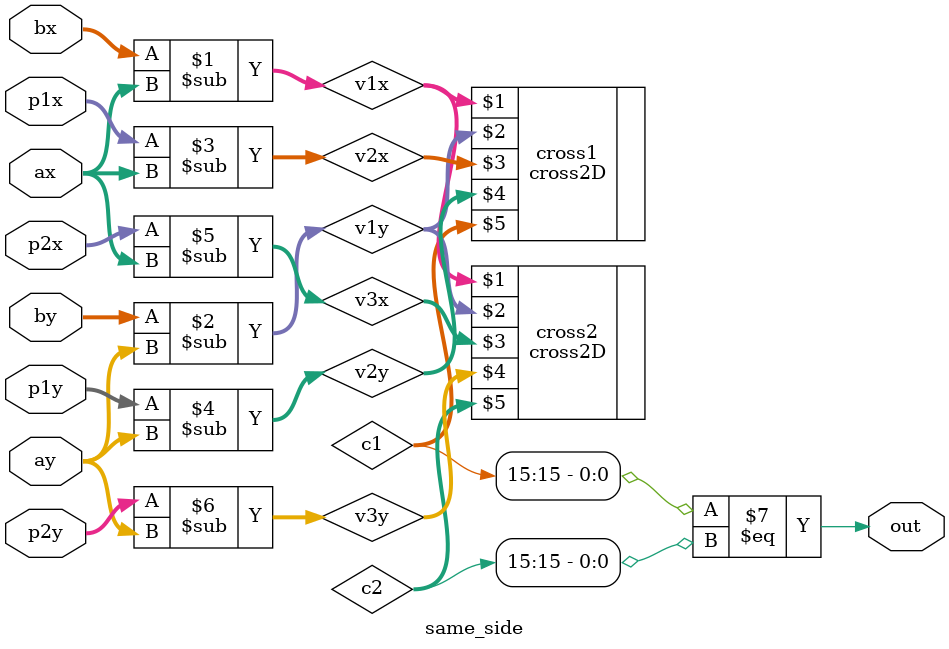
<source format=v>
module draw_triangle(
	input wire clock, resetn,
	input wire [7:0] ax, ay, bx, by, cx, cy,
	input wire [2:0] colour,
	input wire draw_en,
	output wire [7:0] oX, oY,
	output wire [2:0] oColour,
	output wire oPlot,
	output wire oDone,

	output wire gc_resetn,
	output wire gc_enable,
	output wire [7:0] gc_x_max,
	output wire [7:0] gc_y_max,
	input wire [7:0] gc_x,
	input wire [7:0] gc_y,
	input wire [7:0] gc_eog
);

	reg current_state, next_state;
	wire [7:0] x_counter,y_counter;
	wire end_of_grid;
	wire [7:0] x_max, x_min, x_range, y_max, y_min, y_range;
	wire plot_point;
	
	localparam
		S_WAIT = 1'd0,
		S_DRAW = 1'b1;
	
	max max_x(ax, bx, cx, x_max);
	max max_y(ay, by, cy, y_max);
	min min_x(ax, bx, cx, x_min);
	min min_y(ay, by, cy, y_min);
	assign x_range = x_max - x_min;
	assign y_range = y_max - y_min;
	assign oX = x_min + x_counter;
	assign oY = y_min + y_counter;
	assign oColour = colour;
	assign oPlot = plot_point & current_state == S_DRAW;
	assign oDone = current_state == S_WAIT;

	assign gc_resetn = resetn & (current_state == S_DRAW);
	assign gc_enable = current_state == S_DRAW;
	assign gc_x_max = x_range;
	assign gc_y_max = y_range;
	assign x_counter = gc_x;
	assign y_counter = gc_y;
	assign end_of_grid = gc_eog;
	
	// grid_counter #(8) gc(
	// 	.clock			(clock),
	// 	.resetn			(resetn & (current_state == S_DRAW)),
	// 	.enable			(current_state == S_DRAW),
	// 	.x_max			(x_range),
	// 	.y_max			(y_range),
	// 	.x				(x_counter),
	// 	.y				(y_counter),
	// 	.end_of_grid	(end_of_grid)
	// );
	
	inside_triangle in_tri(
		{8'd0,ax}, {8'd0,ay},
		{8'd0,bx}, {8'd0,by},
		{8'd0,cx}, {8'd0,cy},
		{8'd0,oX}, {8'd0,oY},
		plot_point
	);
	
	always @(*) begin
		case(current_state)
			S_WAIT: next_state <= draw_en ? S_DRAW : S_WAIT;
			S_DRAW: next_state <= end_of_grid ? S_WAIT : S_DRAW;
		endcase
	end
	
	always @(posedge clock) begin
		if(!resetn) current_state <= S_WAIT;
		else current_state <= next_state;
	end
	
endmodule

module inside_triangle(
	input [15:0] ax, ay, bx, by, cx, cy, px, py,
	output out
);
	wire o1, o2, o3;
	same_side s1(ax, ay, bx, by, cx, cy, px, py, o1);
	same_side s2(ax, ay, cx, cy, bx, by, px, py, o2);
	same_side s3(bx, by, cx, cy, ax, ay, px, py, o3);
	assign out = o1 & o2 & o3;
endmodule

module same_side(
	input [15:0] ax, ay, bx, by, p1x, p1y, p2x, p2y,
	output out
);

	wire [15:0] v1x, v1y, v2x, v2y, v3x, v3y, c1, c2;

	assign v1x = bx - ax;
	assign v1y = by - ay;
	assign v2x = p1x - ax;
	assign v2y = p1y - ay;
	assign v3x = p2x - ax;
	assign v3y = p2y - ay;
	
	cross2D cross1(v1x, v1y, v2x, v2y, c1);
	cross2D cross2(v1x, v1y, v3x, v3y, c2);
	
	assign out = c1[15] == c2[15];

endmodule
</source>
